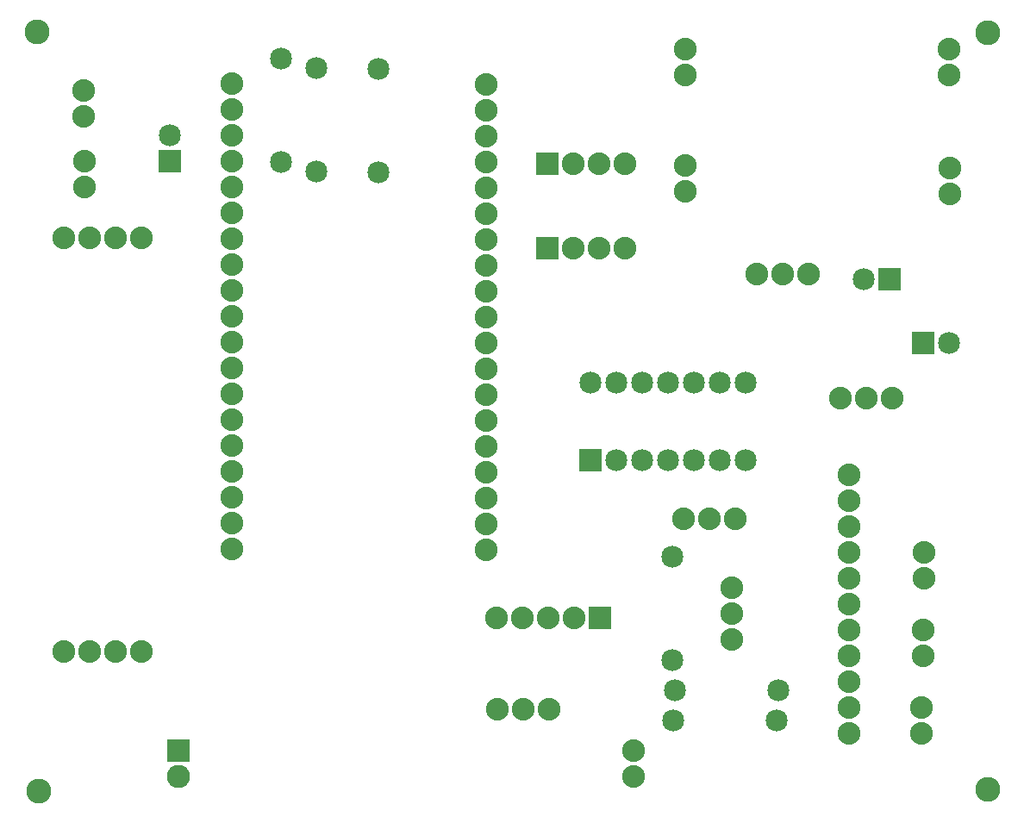
<source format=gts>
G04 MADE WITH FRITZING*
G04 WWW.FRITZING.ORG*
G04 DOUBLE SIDED*
G04 HOLES PLATED*
G04 CONTOUR ON CENTER OF CONTOUR VECTOR*
%ASAXBY*%
%FSLAX23Y23*%
%MOIN*%
%OFA0B0*%
%SFA1.0B1.0*%
%ADD10C,0.088000*%
%ADD11C,0.085000*%
%ADD12C,0.090000*%
%ADD13C,0.096614*%
%ADD14R,0.088000X0.088000*%
%ADD15R,0.085000X0.085000*%
%ADD16R,0.090000X0.090000*%
%LNMASK1*%
G90*
G70*
G54D10*
X2277Y775D03*
X2177Y775D03*
X2077Y775D03*
X1977Y775D03*
X1877Y775D03*
X2277Y775D03*
X2177Y775D03*
X2077Y775D03*
X1977Y775D03*
X1877Y775D03*
G54D11*
X2240Y1386D03*
X2240Y1686D03*
X2340Y1386D03*
X2340Y1686D03*
X2440Y1386D03*
X2440Y1686D03*
X2540Y1386D03*
X2540Y1686D03*
X2640Y1386D03*
X2640Y1686D03*
X2740Y1386D03*
X2740Y1686D03*
X2840Y1386D03*
X2840Y1686D03*
G54D10*
X2073Y2207D03*
X2173Y2207D03*
X2273Y2207D03*
X2373Y2207D03*
X2075Y2532D03*
X2175Y2532D03*
X2275Y2532D03*
X2375Y2532D03*
G54D11*
X613Y2543D03*
X613Y2643D03*
X3528Y1838D03*
X3628Y1838D03*
X3396Y2087D03*
X3296Y2087D03*
G54D10*
X205Y646D03*
X305Y646D03*
X405Y646D03*
X505Y646D03*
X204Y2246D03*
X304Y2246D03*
X404Y2246D03*
X504Y2246D03*
X2607Y2877D03*
X2607Y2977D03*
X3632Y2417D03*
X3632Y2517D03*
X3626Y2875D03*
X3626Y2975D03*
X2607Y2426D03*
X2607Y2526D03*
X854Y1044D03*
X854Y1144D03*
X854Y1244D03*
X854Y1344D03*
X854Y1444D03*
X854Y1544D03*
X854Y1644D03*
X854Y1744D03*
X854Y1844D03*
X854Y1944D03*
X854Y2044D03*
X854Y2144D03*
X854Y2244D03*
X854Y2344D03*
X854Y2444D03*
X854Y2544D03*
X854Y2644D03*
X854Y2744D03*
X854Y2844D03*
X1837Y1040D03*
X1837Y1140D03*
X1837Y1240D03*
X1837Y1340D03*
X1837Y1440D03*
X1837Y1540D03*
X1837Y1640D03*
X1837Y1740D03*
X1837Y1840D03*
X1837Y1940D03*
X1837Y2040D03*
X1837Y2140D03*
X1837Y2240D03*
X1837Y2340D03*
X1837Y2440D03*
X1837Y2540D03*
X1837Y2640D03*
X1837Y2740D03*
X1837Y2840D03*
X2802Y1161D03*
X2702Y1161D03*
X2602Y1161D03*
X2082Y423D03*
X1982Y423D03*
X1882Y423D03*
X3241Y328D03*
X3241Y428D03*
X3241Y528D03*
X3241Y628D03*
X3241Y728D03*
X3241Y828D03*
X3241Y928D03*
X3241Y1028D03*
X3241Y1128D03*
X3241Y1228D03*
X3241Y1328D03*
X3406Y1625D03*
X3306Y1625D03*
X3206Y1625D03*
X3083Y2107D03*
X2983Y2107D03*
X2883Y2107D03*
G54D11*
X2961Y379D03*
X2561Y379D03*
X2968Y497D03*
X2568Y497D03*
X1044Y2541D03*
X1044Y2941D03*
X1421Y2500D03*
X1421Y2900D03*
X1182Y2504D03*
X1182Y2904D03*
G54D10*
X284Y2543D03*
X284Y2443D03*
X284Y2543D03*
X284Y2443D03*
X2406Y163D03*
X2406Y263D03*
X2406Y163D03*
X2406Y263D03*
X3531Y929D03*
X3531Y1029D03*
X3531Y929D03*
X3531Y1029D03*
X3522Y428D03*
X3522Y328D03*
X3522Y428D03*
X3522Y328D03*
X3526Y629D03*
X3526Y729D03*
X3526Y629D03*
X3526Y729D03*
X282Y2717D03*
X282Y2817D03*
X282Y2717D03*
X282Y2817D03*
G54D12*
X648Y264D03*
X648Y164D03*
G54D13*
X109Y107D03*
X3776Y112D03*
X3776Y3039D03*
X100Y3044D03*
G54D11*
X2559Y1013D03*
X2559Y613D03*
G54D10*
X2787Y692D03*
X2787Y792D03*
X2787Y892D03*
G54D14*
X2277Y775D03*
X2277Y775D03*
G54D15*
X2240Y1386D03*
G54D14*
X2073Y2207D03*
X2075Y2532D03*
G54D15*
X613Y2543D03*
X3528Y1838D03*
X3396Y2087D03*
G54D16*
X648Y264D03*
G04 End of Mask1*
M02*
</source>
